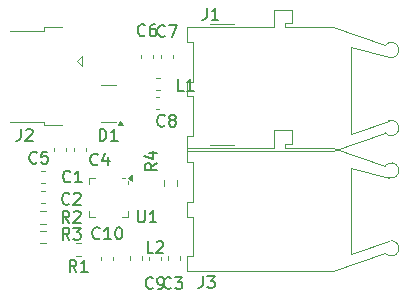
<source format=gbr>
%TF.GenerationSoftware,KiCad,Pcbnew,8.0.5*%
%TF.CreationDate,2025-10-24T23:35:39+02:00*%
%TF.ProjectId,U2O,55324f2e-6b69-4636-9164-5f7063625858,rev?*%
%TF.SameCoordinates,Original*%
%TF.FileFunction,Legend,Top*%
%TF.FilePolarity,Positive*%
%FSLAX46Y46*%
G04 Gerber Fmt 4.6, Leading zero omitted, Abs format (unit mm)*
G04 Created by KiCad (PCBNEW 8.0.5) date 2025-10-24 23:35:39*
%MOMM*%
%LPD*%
G01*
G04 APERTURE LIST*
%ADD10C,0.150000*%
%ADD11C,0.120000*%
G04 APERTURE END LIST*
D10*
X31443337Y-27879579D02*
X31395718Y-27927199D01*
X31395718Y-27927199D02*
X31252861Y-27974818D01*
X31252861Y-27974818D02*
X31157623Y-27974818D01*
X31157623Y-27974818D02*
X31014766Y-27927199D01*
X31014766Y-27927199D02*
X30919528Y-27831960D01*
X30919528Y-27831960D02*
X30871909Y-27736722D01*
X30871909Y-27736722D02*
X30824290Y-27546246D01*
X30824290Y-27546246D02*
X30824290Y-27403389D01*
X30824290Y-27403389D02*
X30871909Y-27212913D01*
X30871909Y-27212913D02*
X30919528Y-27117675D01*
X30919528Y-27117675D02*
X31014766Y-27022437D01*
X31014766Y-27022437D02*
X31157623Y-26974818D01*
X31157623Y-26974818D02*
X31252861Y-26974818D01*
X31252861Y-26974818D02*
X31395718Y-27022437D01*
X31395718Y-27022437D02*
X31443337Y-27070056D01*
X32014766Y-27403389D02*
X31919528Y-27355770D01*
X31919528Y-27355770D02*
X31871909Y-27308151D01*
X31871909Y-27308151D02*
X31824290Y-27212913D01*
X31824290Y-27212913D02*
X31824290Y-27165294D01*
X31824290Y-27165294D02*
X31871909Y-27070056D01*
X31871909Y-27070056D02*
X31919528Y-27022437D01*
X31919528Y-27022437D02*
X32014766Y-26974818D01*
X32014766Y-26974818D02*
X32205242Y-26974818D01*
X32205242Y-26974818D02*
X32300480Y-27022437D01*
X32300480Y-27022437D02*
X32348099Y-27070056D01*
X32348099Y-27070056D02*
X32395718Y-27165294D01*
X32395718Y-27165294D02*
X32395718Y-27212913D01*
X32395718Y-27212913D02*
X32348099Y-27308151D01*
X32348099Y-27308151D02*
X32300480Y-27355770D01*
X32300480Y-27355770D02*
X32205242Y-27403389D01*
X32205242Y-27403389D02*
X32014766Y-27403389D01*
X32014766Y-27403389D02*
X31919528Y-27451008D01*
X31919528Y-27451008D02*
X31871909Y-27498627D01*
X31871909Y-27498627D02*
X31824290Y-27593865D01*
X31824290Y-27593865D02*
X31824290Y-27784341D01*
X31824290Y-27784341D02*
X31871909Y-27879579D01*
X31871909Y-27879579D02*
X31919528Y-27927199D01*
X31919528Y-27927199D02*
X32014766Y-27974818D01*
X32014766Y-27974818D02*
X32205242Y-27974818D01*
X32205242Y-27974818D02*
X32300480Y-27927199D01*
X32300480Y-27927199D02*
X32348099Y-27879579D01*
X32348099Y-27879579D02*
X32395718Y-27784341D01*
X32395718Y-27784341D02*
X32395718Y-27593865D01*
X32395718Y-27593865D02*
X32348099Y-27498627D01*
X32348099Y-27498627D02*
X32300480Y-27451008D01*
X32300480Y-27451008D02*
X32205242Y-27403389D01*
X31453333Y-20279580D02*
X31405714Y-20327200D01*
X31405714Y-20327200D02*
X31262857Y-20374819D01*
X31262857Y-20374819D02*
X31167619Y-20374819D01*
X31167619Y-20374819D02*
X31024762Y-20327200D01*
X31024762Y-20327200D02*
X30929524Y-20231961D01*
X30929524Y-20231961D02*
X30881905Y-20136723D01*
X30881905Y-20136723D02*
X30834286Y-19946247D01*
X30834286Y-19946247D02*
X30834286Y-19803390D01*
X30834286Y-19803390D02*
X30881905Y-19612914D01*
X30881905Y-19612914D02*
X30929524Y-19517676D01*
X30929524Y-19517676D02*
X31024762Y-19422438D01*
X31024762Y-19422438D02*
X31167619Y-19374819D01*
X31167619Y-19374819D02*
X31262857Y-19374819D01*
X31262857Y-19374819D02*
X31405714Y-19422438D01*
X31405714Y-19422438D02*
X31453333Y-19470057D01*
X31786667Y-19374819D02*
X32453333Y-19374819D01*
X32453333Y-19374819D02*
X32024762Y-20374819D01*
X25773333Y-31159580D02*
X25725714Y-31207200D01*
X25725714Y-31207200D02*
X25582857Y-31254819D01*
X25582857Y-31254819D02*
X25487619Y-31254819D01*
X25487619Y-31254819D02*
X25344762Y-31207200D01*
X25344762Y-31207200D02*
X25249524Y-31111961D01*
X25249524Y-31111961D02*
X25201905Y-31016723D01*
X25201905Y-31016723D02*
X25154286Y-30826247D01*
X25154286Y-30826247D02*
X25154286Y-30683390D01*
X25154286Y-30683390D02*
X25201905Y-30492914D01*
X25201905Y-30492914D02*
X25249524Y-30397676D01*
X25249524Y-30397676D02*
X25344762Y-30302438D01*
X25344762Y-30302438D02*
X25487619Y-30254819D01*
X25487619Y-30254819D02*
X25582857Y-30254819D01*
X25582857Y-30254819D02*
X25725714Y-30302438D01*
X25725714Y-30302438D02*
X25773333Y-30350057D01*
X26630476Y-30588152D02*
X26630476Y-31254819D01*
X26392381Y-30207200D02*
X26154286Y-30921485D01*
X26154286Y-30921485D02*
X26773333Y-30921485D01*
X25937142Y-37409580D02*
X25889523Y-37457200D01*
X25889523Y-37457200D02*
X25746666Y-37504819D01*
X25746666Y-37504819D02*
X25651428Y-37504819D01*
X25651428Y-37504819D02*
X25508571Y-37457200D01*
X25508571Y-37457200D02*
X25413333Y-37361961D01*
X25413333Y-37361961D02*
X25365714Y-37266723D01*
X25365714Y-37266723D02*
X25318095Y-37076247D01*
X25318095Y-37076247D02*
X25318095Y-36933390D01*
X25318095Y-36933390D02*
X25365714Y-36742914D01*
X25365714Y-36742914D02*
X25413333Y-36647676D01*
X25413333Y-36647676D02*
X25508571Y-36552438D01*
X25508571Y-36552438D02*
X25651428Y-36504819D01*
X25651428Y-36504819D02*
X25746666Y-36504819D01*
X25746666Y-36504819D02*
X25889523Y-36552438D01*
X25889523Y-36552438D02*
X25937142Y-36600057D01*
X26889523Y-37504819D02*
X26318095Y-37504819D01*
X26603809Y-37504819D02*
X26603809Y-36504819D01*
X26603809Y-36504819D02*
X26508571Y-36647676D01*
X26508571Y-36647676D02*
X26413333Y-36742914D01*
X26413333Y-36742914D02*
X26318095Y-36790533D01*
X27508571Y-36504819D02*
X27603809Y-36504819D01*
X27603809Y-36504819D02*
X27699047Y-36552438D01*
X27699047Y-36552438D02*
X27746666Y-36600057D01*
X27746666Y-36600057D02*
X27794285Y-36695295D01*
X27794285Y-36695295D02*
X27841904Y-36885771D01*
X27841904Y-36885771D02*
X27841904Y-37123866D01*
X27841904Y-37123866D02*
X27794285Y-37314342D01*
X27794285Y-37314342D02*
X27746666Y-37409580D01*
X27746666Y-37409580D02*
X27699047Y-37457200D01*
X27699047Y-37457200D02*
X27603809Y-37504819D01*
X27603809Y-37504819D02*
X27508571Y-37504819D01*
X27508571Y-37504819D02*
X27413333Y-37457200D01*
X27413333Y-37457200D02*
X27365714Y-37409580D01*
X27365714Y-37409580D02*
X27318095Y-37314342D01*
X27318095Y-37314342D02*
X27270476Y-37123866D01*
X27270476Y-37123866D02*
X27270476Y-36885771D01*
X27270476Y-36885771D02*
X27318095Y-36695295D01*
X27318095Y-36695295D02*
X27365714Y-36600057D01*
X27365714Y-36600057D02*
X27413333Y-36552438D01*
X27413333Y-36552438D02*
X27508571Y-36504819D01*
X33055833Y-24954819D02*
X32579643Y-24954819D01*
X32579643Y-24954819D02*
X32579643Y-23954819D01*
X33912976Y-24954819D02*
X33341548Y-24954819D01*
X33627262Y-24954819D02*
X33627262Y-23954819D01*
X33627262Y-23954819D02*
X33532024Y-24097676D01*
X33532024Y-24097676D02*
X33436786Y-24192914D01*
X33436786Y-24192914D02*
X33341548Y-24240533D01*
X19266666Y-28174819D02*
X19266666Y-28889104D01*
X19266666Y-28889104D02*
X19219047Y-29031961D01*
X19219047Y-29031961D02*
X19123809Y-29127200D01*
X19123809Y-29127200D02*
X18980952Y-29174819D01*
X18980952Y-29174819D02*
X18885714Y-29174819D01*
X19695238Y-28270057D02*
X19742857Y-28222438D01*
X19742857Y-28222438D02*
X19838095Y-28174819D01*
X19838095Y-28174819D02*
X20076190Y-28174819D01*
X20076190Y-28174819D02*
X20171428Y-28222438D01*
X20171428Y-28222438D02*
X20219047Y-28270057D01*
X20219047Y-28270057D02*
X20266666Y-28365295D01*
X20266666Y-28365295D02*
X20266666Y-28460533D01*
X20266666Y-28460533D02*
X20219047Y-28603390D01*
X20219047Y-28603390D02*
X19647619Y-29174819D01*
X19647619Y-29174819D02*
X20266666Y-29174819D01*
X30478333Y-38662319D02*
X30002143Y-38662319D01*
X30002143Y-38662319D02*
X30002143Y-37662319D01*
X30764048Y-37757557D02*
X30811667Y-37709938D01*
X30811667Y-37709938D02*
X30906905Y-37662319D01*
X30906905Y-37662319D02*
X31145000Y-37662319D01*
X31145000Y-37662319D02*
X31240238Y-37709938D01*
X31240238Y-37709938D02*
X31287857Y-37757557D01*
X31287857Y-37757557D02*
X31335476Y-37852795D01*
X31335476Y-37852795D02*
X31335476Y-37948033D01*
X31335476Y-37948033D02*
X31287857Y-38090890D01*
X31287857Y-38090890D02*
X30716429Y-38662319D01*
X30716429Y-38662319D02*
X31335476Y-38662319D01*
X29178095Y-35064819D02*
X29178095Y-35874342D01*
X29178095Y-35874342D02*
X29225714Y-35969580D01*
X29225714Y-35969580D02*
X29273333Y-36017200D01*
X29273333Y-36017200D02*
X29368571Y-36064819D01*
X29368571Y-36064819D02*
X29559047Y-36064819D01*
X29559047Y-36064819D02*
X29654285Y-36017200D01*
X29654285Y-36017200D02*
X29701904Y-35969580D01*
X29701904Y-35969580D02*
X29749523Y-35874342D01*
X29749523Y-35874342D02*
X29749523Y-35064819D01*
X30749523Y-36064819D02*
X30178095Y-36064819D01*
X30463809Y-36064819D02*
X30463809Y-35064819D01*
X30463809Y-35064819D02*
X30368571Y-35207676D01*
X30368571Y-35207676D02*
X30273333Y-35302914D01*
X30273333Y-35302914D02*
X30178095Y-35350533D01*
X34986666Y-17944819D02*
X34986666Y-18659104D01*
X34986666Y-18659104D02*
X34939047Y-18801961D01*
X34939047Y-18801961D02*
X34843809Y-18897200D01*
X34843809Y-18897200D02*
X34700952Y-18944819D01*
X34700952Y-18944819D02*
X34605714Y-18944819D01*
X35986666Y-18944819D02*
X35415238Y-18944819D01*
X35700952Y-18944819D02*
X35700952Y-17944819D01*
X35700952Y-17944819D02*
X35605714Y-18087676D01*
X35605714Y-18087676D02*
X35510476Y-18182914D01*
X35510476Y-18182914D02*
X35415238Y-18230533D01*
X30774821Y-31076665D02*
X30298630Y-31409998D01*
X30774821Y-31648093D02*
X29774821Y-31648093D01*
X29774821Y-31648093D02*
X29774821Y-31267141D01*
X29774821Y-31267141D02*
X29822440Y-31171903D01*
X29822440Y-31171903D02*
X29870059Y-31124284D01*
X29870059Y-31124284D02*
X29965297Y-31076665D01*
X29965297Y-31076665D02*
X30108154Y-31076665D01*
X30108154Y-31076665D02*
X30203392Y-31124284D01*
X30203392Y-31124284D02*
X30251011Y-31171903D01*
X30251011Y-31171903D02*
X30298630Y-31267141D01*
X30298630Y-31267141D02*
X30298630Y-31648093D01*
X30108154Y-30219522D02*
X30774821Y-30219522D01*
X29727202Y-30457617D02*
X30441487Y-30695712D01*
X30441487Y-30695712D02*
X30441487Y-30076665D01*
X20613333Y-31009580D02*
X20565714Y-31057200D01*
X20565714Y-31057200D02*
X20422857Y-31104819D01*
X20422857Y-31104819D02*
X20327619Y-31104819D01*
X20327619Y-31104819D02*
X20184762Y-31057200D01*
X20184762Y-31057200D02*
X20089524Y-30961961D01*
X20089524Y-30961961D02*
X20041905Y-30866723D01*
X20041905Y-30866723D02*
X19994286Y-30676247D01*
X19994286Y-30676247D02*
X19994286Y-30533390D01*
X19994286Y-30533390D02*
X20041905Y-30342914D01*
X20041905Y-30342914D02*
X20089524Y-30247676D01*
X20089524Y-30247676D02*
X20184762Y-30152438D01*
X20184762Y-30152438D02*
X20327619Y-30104819D01*
X20327619Y-30104819D02*
X20422857Y-30104819D01*
X20422857Y-30104819D02*
X20565714Y-30152438D01*
X20565714Y-30152438D02*
X20613333Y-30200057D01*
X21518095Y-30104819D02*
X21041905Y-30104819D01*
X21041905Y-30104819D02*
X20994286Y-30581009D01*
X20994286Y-30581009D02*
X21041905Y-30533390D01*
X21041905Y-30533390D02*
X21137143Y-30485771D01*
X21137143Y-30485771D02*
X21375238Y-30485771D01*
X21375238Y-30485771D02*
X21470476Y-30533390D01*
X21470476Y-30533390D02*
X21518095Y-30581009D01*
X21518095Y-30581009D02*
X21565714Y-30676247D01*
X21565714Y-30676247D02*
X21565714Y-30914342D01*
X21565714Y-30914342D02*
X21518095Y-31009580D01*
X21518095Y-31009580D02*
X21470476Y-31057200D01*
X21470476Y-31057200D02*
X21375238Y-31104819D01*
X21375238Y-31104819D02*
X21137143Y-31104819D01*
X21137143Y-31104819D02*
X21041905Y-31057200D01*
X21041905Y-31057200D02*
X20994286Y-31009580D01*
X23383333Y-37554819D02*
X23050000Y-37078628D01*
X22811905Y-37554819D02*
X22811905Y-36554819D01*
X22811905Y-36554819D02*
X23192857Y-36554819D01*
X23192857Y-36554819D02*
X23288095Y-36602438D01*
X23288095Y-36602438D02*
X23335714Y-36650057D01*
X23335714Y-36650057D02*
X23383333Y-36745295D01*
X23383333Y-36745295D02*
X23383333Y-36888152D01*
X23383333Y-36888152D02*
X23335714Y-36983390D01*
X23335714Y-36983390D02*
X23288095Y-37031009D01*
X23288095Y-37031009D02*
X23192857Y-37078628D01*
X23192857Y-37078628D02*
X22811905Y-37078628D01*
X23716667Y-36554819D02*
X24335714Y-36554819D01*
X24335714Y-36554819D02*
X24002381Y-36935771D01*
X24002381Y-36935771D02*
X24145238Y-36935771D01*
X24145238Y-36935771D02*
X24240476Y-36983390D01*
X24240476Y-36983390D02*
X24288095Y-37031009D01*
X24288095Y-37031009D02*
X24335714Y-37126247D01*
X24335714Y-37126247D02*
X24335714Y-37364342D01*
X24335714Y-37364342D02*
X24288095Y-37459580D01*
X24288095Y-37459580D02*
X24240476Y-37507200D01*
X24240476Y-37507200D02*
X24145238Y-37554819D01*
X24145238Y-37554819D02*
X23859524Y-37554819D01*
X23859524Y-37554819D02*
X23764286Y-37507200D01*
X23764286Y-37507200D02*
X23716667Y-37459580D01*
X30443333Y-41634574D02*
X30395714Y-41682194D01*
X30395714Y-41682194D02*
X30252857Y-41729813D01*
X30252857Y-41729813D02*
X30157619Y-41729813D01*
X30157619Y-41729813D02*
X30014762Y-41682194D01*
X30014762Y-41682194D02*
X29919524Y-41586955D01*
X29919524Y-41586955D02*
X29871905Y-41491717D01*
X29871905Y-41491717D02*
X29824286Y-41301241D01*
X29824286Y-41301241D02*
X29824286Y-41158384D01*
X29824286Y-41158384D02*
X29871905Y-40967908D01*
X29871905Y-40967908D02*
X29919524Y-40872670D01*
X29919524Y-40872670D02*
X30014762Y-40777432D01*
X30014762Y-40777432D02*
X30157619Y-40729813D01*
X30157619Y-40729813D02*
X30252857Y-40729813D01*
X30252857Y-40729813D02*
X30395714Y-40777432D01*
X30395714Y-40777432D02*
X30443333Y-40825051D01*
X30919524Y-41729813D02*
X31110000Y-41729813D01*
X31110000Y-41729813D02*
X31205238Y-41682194D01*
X31205238Y-41682194D02*
X31252857Y-41634574D01*
X31252857Y-41634574D02*
X31348095Y-41491717D01*
X31348095Y-41491717D02*
X31395714Y-41301241D01*
X31395714Y-41301241D02*
X31395714Y-40920289D01*
X31395714Y-40920289D02*
X31348095Y-40825051D01*
X31348095Y-40825051D02*
X31300476Y-40777432D01*
X31300476Y-40777432D02*
X31205238Y-40729813D01*
X31205238Y-40729813D02*
X31014762Y-40729813D01*
X31014762Y-40729813D02*
X30919524Y-40777432D01*
X30919524Y-40777432D02*
X30871905Y-40825051D01*
X30871905Y-40825051D02*
X30824286Y-40920289D01*
X30824286Y-40920289D02*
X30824286Y-41158384D01*
X30824286Y-41158384D02*
X30871905Y-41253622D01*
X30871905Y-41253622D02*
X30919524Y-41301241D01*
X30919524Y-41301241D02*
X31014762Y-41348860D01*
X31014762Y-41348860D02*
X31205238Y-41348860D01*
X31205238Y-41348860D02*
X31300476Y-41301241D01*
X31300476Y-41301241D02*
X31348095Y-41253622D01*
X31348095Y-41253622D02*
X31395714Y-41158384D01*
X29778332Y-20219578D02*
X29730713Y-20267198D01*
X29730713Y-20267198D02*
X29587856Y-20314817D01*
X29587856Y-20314817D02*
X29492618Y-20314817D01*
X29492618Y-20314817D02*
X29349761Y-20267198D01*
X29349761Y-20267198D02*
X29254523Y-20171959D01*
X29254523Y-20171959D02*
X29206904Y-20076721D01*
X29206904Y-20076721D02*
X29159285Y-19886245D01*
X29159285Y-19886245D02*
X29159285Y-19743388D01*
X29159285Y-19743388D02*
X29206904Y-19552912D01*
X29206904Y-19552912D02*
X29254523Y-19457674D01*
X29254523Y-19457674D02*
X29349761Y-19362436D01*
X29349761Y-19362436D02*
X29492618Y-19314817D01*
X29492618Y-19314817D02*
X29587856Y-19314817D01*
X29587856Y-19314817D02*
X29730713Y-19362436D01*
X29730713Y-19362436D02*
X29778332Y-19410055D01*
X30635475Y-19314817D02*
X30444999Y-19314817D01*
X30444999Y-19314817D02*
X30349761Y-19362436D01*
X30349761Y-19362436D02*
X30302142Y-19410055D01*
X30302142Y-19410055D02*
X30206904Y-19552912D01*
X30206904Y-19552912D02*
X30159285Y-19743388D01*
X30159285Y-19743388D02*
X30159285Y-20124340D01*
X30159285Y-20124340D02*
X30206904Y-20219578D01*
X30206904Y-20219578D02*
X30254523Y-20267198D01*
X30254523Y-20267198D02*
X30349761Y-20314817D01*
X30349761Y-20314817D02*
X30540237Y-20314817D01*
X30540237Y-20314817D02*
X30635475Y-20267198D01*
X30635475Y-20267198D02*
X30683094Y-20219578D01*
X30683094Y-20219578D02*
X30730713Y-20124340D01*
X30730713Y-20124340D02*
X30730713Y-19886245D01*
X30730713Y-19886245D02*
X30683094Y-19791007D01*
X30683094Y-19791007D02*
X30635475Y-19743388D01*
X30635475Y-19743388D02*
X30540237Y-19695769D01*
X30540237Y-19695769D02*
X30349761Y-19695769D01*
X30349761Y-19695769D02*
X30254523Y-19743388D01*
X30254523Y-19743388D02*
X30206904Y-19791007D01*
X30206904Y-19791007D02*
X30159285Y-19886245D01*
X23363333Y-36124819D02*
X23030000Y-35648628D01*
X22791905Y-36124819D02*
X22791905Y-35124819D01*
X22791905Y-35124819D02*
X23172857Y-35124819D01*
X23172857Y-35124819D02*
X23268095Y-35172438D01*
X23268095Y-35172438D02*
X23315714Y-35220057D01*
X23315714Y-35220057D02*
X23363333Y-35315295D01*
X23363333Y-35315295D02*
X23363333Y-35458152D01*
X23363333Y-35458152D02*
X23315714Y-35553390D01*
X23315714Y-35553390D02*
X23268095Y-35601009D01*
X23268095Y-35601009D02*
X23172857Y-35648628D01*
X23172857Y-35648628D02*
X22791905Y-35648628D01*
X23744286Y-35220057D02*
X23791905Y-35172438D01*
X23791905Y-35172438D02*
X23887143Y-35124819D01*
X23887143Y-35124819D02*
X24125238Y-35124819D01*
X24125238Y-35124819D02*
X24220476Y-35172438D01*
X24220476Y-35172438D02*
X24268095Y-35220057D01*
X24268095Y-35220057D02*
X24315714Y-35315295D01*
X24315714Y-35315295D02*
X24315714Y-35410533D01*
X24315714Y-35410533D02*
X24268095Y-35553390D01*
X24268095Y-35553390D02*
X23696667Y-36124819D01*
X23696667Y-36124819D02*
X24315714Y-36124819D01*
X23973334Y-40274821D02*
X23640001Y-39798630D01*
X23401906Y-40274821D02*
X23401906Y-39274821D01*
X23401906Y-39274821D02*
X23782858Y-39274821D01*
X23782858Y-39274821D02*
X23878096Y-39322440D01*
X23878096Y-39322440D02*
X23925715Y-39370059D01*
X23925715Y-39370059D02*
X23973334Y-39465297D01*
X23973334Y-39465297D02*
X23973334Y-39608154D01*
X23973334Y-39608154D02*
X23925715Y-39703392D01*
X23925715Y-39703392D02*
X23878096Y-39751011D01*
X23878096Y-39751011D02*
X23782858Y-39798630D01*
X23782858Y-39798630D02*
X23401906Y-39798630D01*
X24925715Y-40274821D02*
X24354287Y-40274821D01*
X24640001Y-40274821D02*
X24640001Y-39274821D01*
X24640001Y-39274821D02*
X24544763Y-39417678D01*
X24544763Y-39417678D02*
X24449525Y-39512916D01*
X24449525Y-39512916D02*
X24354287Y-39560535D01*
X34676666Y-40634819D02*
X34676666Y-41349104D01*
X34676666Y-41349104D02*
X34629047Y-41491961D01*
X34629047Y-41491961D02*
X34533809Y-41587200D01*
X34533809Y-41587200D02*
X34390952Y-41634819D01*
X34390952Y-41634819D02*
X34295714Y-41634819D01*
X35057619Y-40634819D02*
X35676666Y-40634819D01*
X35676666Y-40634819D02*
X35343333Y-41015771D01*
X35343333Y-41015771D02*
X35486190Y-41015771D01*
X35486190Y-41015771D02*
X35581428Y-41063390D01*
X35581428Y-41063390D02*
X35629047Y-41111009D01*
X35629047Y-41111009D02*
X35676666Y-41206247D01*
X35676666Y-41206247D02*
X35676666Y-41444342D01*
X35676666Y-41444342D02*
X35629047Y-41539580D01*
X35629047Y-41539580D02*
X35581428Y-41587200D01*
X35581428Y-41587200D02*
X35486190Y-41634819D01*
X35486190Y-41634819D02*
X35200476Y-41634819D01*
X35200476Y-41634819D02*
X35105238Y-41587200D01*
X35105238Y-41587200D02*
X35057619Y-41539580D01*
X23373333Y-34489580D02*
X23325714Y-34537200D01*
X23325714Y-34537200D02*
X23182857Y-34584819D01*
X23182857Y-34584819D02*
X23087619Y-34584819D01*
X23087619Y-34584819D02*
X22944762Y-34537200D01*
X22944762Y-34537200D02*
X22849524Y-34441961D01*
X22849524Y-34441961D02*
X22801905Y-34346723D01*
X22801905Y-34346723D02*
X22754286Y-34156247D01*
X22754286Y-34156247D02*
X22754286Y-34013390D01*
X22754286Y-34013390D02*
X22801905Y-33822914D01*
X22801905Y-33822914D02*
X22849524Y-33727676D01*
X22849524Y-33727676D02*
X22944762Y-33632438D01*
X22944762Y-33632438D02*
X23087619Y-33584819D01*
X23087619Y-33584819D02*
X23182857Y-33584819D01*
X23182857Y-33584819D02*
X23325714Y-33632438D01*
X23325714Y-33632438D02*
X23373333Y-33680057D01*
X23754286Y-33680057D02*
X23801905Y-33632438D01*
X23801905Y-33632438D02*
X23897143Y-33584819D01*
X23897143Y-33584819D02*
X24135238Y-33584819D01*
X24135238Y-33584819D02*
X24230476Y-33632438D01*
X24230476Y-33632438D02*
X24278095Y-33680057D01*
X24278095Y-33680057D02*
X24325714Y-33775295D01*
X24325714Y-33775295D02*
X24325714Y-33870533D01*
X24325714Y-33870533D02*
X24278095Y-34013390D01*
X24278095Y-34013390D02*
X23706667Y-34584819D01*
X23706667Y-34584819D02*
X24325714Y-34584819D01*
X23463333Y-32609580D02*
X23415714Y-32657200D01*
X23415714Y-32657200D02*
X23272857Y-32704819D01*
X23272857Y-32704819D02*
X23177619Y-32704819D01*
X23177619Y-32704819D02*
X23034762Y-32657200D01*
X23034762Y-32657200D02*
X22939524Y-32561961D01*
X22939524Y-32561961D02*
X22891905Y-32466723D01*
X22891905Y-32466723D02*
X22844286Y-32276247D01*
X22844286Y-32276247D02*
X22844286Y-32133390D01*
X22844286Y-32133390D02*
X22891905Y-31942914D01*
X22891905Y-31942914D02*
X22939524Y-31847676D01*
X22939524Y-31847676D02*
X23034762Y-31752438D01*
X23034762Y-31752438D02*
X23177619Y-31704819D01*
X23177619Y-31704819D02*
X23272857Y-31704819D01*
X23272857Y-31704819D02*
X23415714Y-31752438D01*
X23415714Y-31752438D02*
X23463333Y-31800057D01*
X24415714Y-32704819D02*
X23844286Y-32704819D01*
X24130000Y-32704819D02*
X24130000Y-31704819D01*
X24130000Y-31704819D02*
X24034762Y-31847676D01*
X24034762Y-31847676D02*
X23939524Y-31942914D01*
X23939524Y-31942914D02*
X23844286Y-31990533D01*
X25941905Y-29164815D02*
X25941905Y-28164815D01*
X25941905Y-28164815D02*
X26180000Y-28164815D01*
X26180000Y-28164815D02*
X26322857Y-28212434D01*
X26322857Y-28212434D02*
X26418095Y-28307672D01*
X26418095Y-28307672D02*
X26465714Y-28402910D01*
X26465714Y-28402910D02*
X26513333Y-28593386D01*
X26513333Y-28593386D02*
X26513333Y-28736243D01*
X26513333Y-28736243D02*
X26465714Y-28926719D01*
X26465714Y-28926719D02*
X26418095Y-29021957D01*
X26418095Y-29021957D02*
X26322857Y-29117196D01*
X26322857Y-29117196D02*
X26180000Y-29164815D01*
X26180000Y-29164815D02*
X25941905Y-29164815D01*
X27465714Y-29164815D02*
X26894286Y-29164815D01*
X27180000Y-29164815D02*
X27180000Y-28164815D01*
X27180000Y-28164815D02*
X27084762Y-28307672D01*
X27084762Y-28307672D02*
X26989524Y-28402910D01*
X26989524Y-28402910D02*
X26894286Y-28450529D01*
X31978335Y-41619576D02*
X31930716Y-41667196D01*
X31930716Y-41667196D02*
X31787859Y-41714815D01*
X31787859Y-41714815D02*
X31692621Y-41714815D01*
X31692621Y-41714815D02*
X31549764Y-41667196D01*
X31549764Y-41667196D02*
X31454526Y-41571957D01*
X31454526Y-41571957D02*
X31406907Y-41476719D01*
X31406907Y-41476719D02*
X31359288Y-41286243D01*
X31359288Y-41286243D02*
X31359288Y-41143386D01*
X31359288Y-41143386D02*
X31406907Y-40952910D01*
X31406907Y-40952910D02*
X31454526Y-40857672D01*
X31454526Y-40857672D02*
X31549764Y-40762434D01*
X31549764Y-40762434D02*
X31692621Y-40714815D01*
X31692621Y-40714815D02*
X31787859Y-40714815D01*
X31787859Y-40714815D02*
X31930716Y-40762434D01*
X31930716Y-40762434D02*
X31978335Y-40810053D01*
X32311669Y-40714815D02*
X32930716Y-40714815D01*
X32930716Y-40714815D02*
X32597383Y-41095767D01*
X32597383Y-41095767D02*
X32740240Y-41095767D01*
X32740240Y-41095767D02*
X32835478Y-41143386D01*
X32835478Y-41143386D02*
X32883097Y-41191005D01*
X32883097Y-41191005D02*
X32930716Y-41286243D01*
X32930716Y-41286243D02*
X32930716Y-41524338D01*
X32930716Y-41524338D02*
X32883097Y-41619576D01*
X32883097Y-41619576D02*
X32835478Y-41667196D01*
X32835478Y-41667196D02*
X32740240Y-41714815D01*
X32740240Y-41714815D02*
X32454526Y-41714815D01*
X32454526Y-41714815D02*
X32359288Y-41667196D01*
X32359288Y-41667196D02*
X32311669Y-41619576D01*
D11*
%TO.C,C8*%
X31000579Y-26510003D02*
X30719418Y-26510001D01*
X31000582Y-25489999D02*
X30719421Y-25489997D01*
%TO.C,C7*%
X31124996Y-21904422D02*
X31124998Y-22185579D01*
X32145004Y-21904429D02*
X32145006Y-22185586D01*
%TO.C,C4*%
X23724995Y-30035579D02*
X23724994Y-29754422D01*
X24745002Y-30035586D02*
X24745001Y-29754429D01*
%TO.C,C10*%
X26055001Y-39295581D02*
X26055002Y-39014421D01*
X27075002Y-39295583D02*
X27075003Y-39014423D01*
%TO.C,L1*%
X31012779Y-24920002D02*
X30687220Y-24920002D01*
X31012780Y-23899998D02*
X30687221Y-23899998D01*
%TO.C,J2*%
X18385000Y-19880000D02*
X21185000Y-19880001D01*
X18385000Y-27580000D02*
X21185000Y-27580000D01*
X21184995Y-19580001D02*
X21185000Y-19880001D01*
X21184995Y-19580001D02*
X22735000Y-19580003D01*
X21184999Y-27880000D02*
X22734997Y-27880002D01*
X21185000Y-27580000D02*
X21184999Y-27880000D01*
X23984997Y-22429999D02*
X24435000Y-22030000D01*
X24434999Y-22829999D02*
X23984997Y-22429999D01*
X24435000Y-22030000D02*
X24434999Y-22829999D01*
%TO.C,L2*%
X28539999Y-39292779D02*
X28539999Y-38967220D01*
X29560001Y-39292780D02*
X29560001Y-38967221D01*
%TO.C,U1*%
X25014997Y-35629998D02*
X25514999Y-35629998D01*
X25014999Y-32309996D02*
X25514999Y-32309998D01*
X25014999Y-32809998D02*
X25014999Y-32309996D01*
X25014999Y-35129998D02*
X25014997Y-35629998D01*
X27834999Y-32309998D02*
X28084999Y-32309998D01*
X28334999Y-32809998D02*
X28334999Y-32609996D01*
X28334999Y-35129998D02*
X28334999Y-35630000D01*
X28334999Y-35630000D02*
X27834999Y-35629998D01*
X28664999Y-32549998D02*
X28335001Y-32309998D01*
X28664999Y-32069998D01*
X28664999Y-32549998D01*
G36*
X28664999Y-32549998D02*
G01*
X28335001Y-32309998D01*
X28664999Y-32069998D01*
X28664999Y-32549998D01*
G37*
%TO.C,J1*%
X33360000Y-19580000D02*
X40740000Y-19580000D01*
X33360000Y-19593000D02*
X33360000Y-20820000D01*
X33360000Y-20820000D02*
X33860000Y-20820000D01*
X33360000Y-24180000D02*
X33360000Y-25420000D01*
X33360000Y-25420000D02*
X33860000Y-25420000D01*
X33360000Y-28780000D02*
X33360000Y-30020000D01*
X33360000Y-30020000D02*
X45680000Y-30020000D01*
X33860000Y-20820000D02*
X33860000Y-24180000D01*
X33860000Y-24180000D02*
X33360000Y-24180000D01*
X33860000Y-25420000D02*
X33860000Y-28780000D01*
X33860000Y-28780000D02*
X33360000Y-28780000D01*
X35280000Y-19320000D02*
X37280000Y-19320000D01*
X40740000Y-18080000D02*
X40740000Y-19580000D01*
X41590000Y-19220000D02*
X42250000Y-19220000D01*
X41590000Y-19580000D02*
X41590000Y-19220000D01*
X42250000Y-18080000D02*
X40740000Y-18080000D01*
X42250000Y-19220000D02*
X42250000Y-18080000D01*
X45680000Y-19580000D02*
X41610000Y-19580000D01*
X45680000Y-30020000D02*
X50110000Y-28500000D01*
X47210000Y-21250000D02*
X50410000Y-22110000D01*
X47210000Y-28570000D02*
X47210000Y-21250000D01*
X50120000Y-21100000D02*
X45690000Y-19580000D01*
X50420000Y-27480000D02*
X47210000Y-28570000D01*
X50119757Y-21099810D02*
G75*
G02*
X50410000Y-22110000I510243J-400190D01*
G01*
X50411216Y-27481507D02*
G75*
G02*
X50110000Y-28500000I218784J-618493D01*
G01*
%TO.C,R4*%
X31407505Y-32532741D02*
X31407500Y-33007257D01*
X32452500Y-32532743D02*
X32452495Y-33007259D01*
%TO.C,C5*%
X22034997Y-30035575D02*
X22034996Y-29754418D01*
X23055004Y-30035582D02*
X23055003Y-29754425D01*
%TO.C,R3*%
X21367256Y-37832498D02*
X20892740Y-37832495D01*
X21367258Y-36787501D02*
X20892742Y-36787498D01*
%TO.C,C9*%
X30115001Y-39260575D02*
X30115002Y-38979415D01*
X31135002Y-39260577D02*
X31135003Y-38979417D01*
%TO.C,C6*%
X29459996Y-21914422D02*
X29459998Y-22195579D01*
X30480004Y-21914429D02*
X30480006Y-22195586D01*
%TO.C,R2*%
X20892744Y-35147505D02*
X21367258Y-35147510D01*
X20892744Y-36192500D02*
X21367258Y-36192505D01*
%TO.C,R1*%
X24377258Y-38912502D02*
X23902742Y-38912499D01*
X24377260Y-37867505D02*
X23902744Y-37867502D01*
%TO.C,J3*%
X33360000Y-29770000D02*
X40740000Y-29770000D01*
X33360000Y-29783000D02*
X33360000Y-31010000D01*
X33360000Y-31010000D02*
X33860000Y-31010000D01*
X33360000Y-34370000D02*
X33360000Y-35610000D01*
X33360000Y-35610000D02*
X33860000Y-35610000D01*
X33360000Y-38970000D02*
X33360000Y-40210000D01*
X33360000Y-40210000D02*
X45680000Y-40210000D01*
X33860000Y-31010000D02*
X33860000Y-34370000D01*
X33860000Y-34370000D02*
X33360000Y-34370000D01*
X33860000Y-35610000D02*
X33860000Y-38970000D01*
X33860000Y-38970000D02*
X33360000Y-38970000D01*
X35280000Y-29510000D02*
X37280000Y-29510000D01*
X40740000Y-28270000D02*
X40740000Y-29770000D01*
X41590000Y-29410000D02*
X42250000Y-29410000D01*
X41590000Y-29770000D02*
X41590000Y-29410000D01*
X42250000Y-28270000D02*
X40740000Y-28270000D01*
X42250000Y-29410000D02*
X42250000Y-28270000D01*
X45680000Y-29770000D02*
X41610000Y-29770000D01*
X45680000Y-40210000D02*
X50110000Y-38690000D01*
X47210000Y-31440000D02*
X50410000Y-32300000D01*
X47210000Y-38760000D02*
X47210000Y-31440000D01*
X50120000Y-31290000D02*
X45690000Y-29770000D01*
X50420000Y-37670000D02*
X47210000Y-38760000D01*
X50119757Y-31289810D02*
G75*
G02*
X50410000Y-32300000I510243J-400190D01*
G01*
X50411216Y-37671507D02*
G75*
G02*
X50110000Y-38690000I218784J-618493D01*
G01*
%TO.C,C2*%
X21285577Y-34440003D02*
X21004416Y-34440001D01*
X21285580Y-33419999D02*
X21004419Y-33419997D01*
%TO.C,C1*%
X21285579Y-32760003D02*
X21004418Y-32760001D01*
X21285582Y-31739999D02*
X21004421Y-31739997D01*
%TO.C,D1*%
X26050002Y-27569995D02*
X27320001Y-27569997D01*
X27350000Y-24449999D02*
X26050004Y-24449997D01*
X27940000Y-27849998D02*
X27460004Y-27849997D01*
X27700002Y-27519997D01*
X27940000Y-27849998D01*
G36*
X27940000Y-27849998D02*
G01*
X27460004Y-27849997D01*
X27700002Y-27519997D01*
X27940000Y-27849998D01*
G37*
%TO.C,C3*%
X31699999Y-39245573D02*
X31700000Y-38964413D01*
X32720000Y-39245575D02*
X32720001Y-38964415D01*
%TD*%
M02*

</source>
